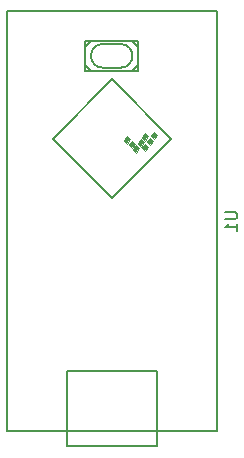
<source format=gbr>
%TF.GenerationSoftware,KiCad,Pcbnew,8.0.4*%
%TF.CreationDate,2024-09-25T11:32:12+02:00*%
%TF.ProjectId,ys.granular,79732e67-7261-46e7-956c-61722e6b6963,rev?*%
%TF.SameCoordinates,Original*%
%TF.FileFunction,Legend,Bot*%
%TF.FilePolarity,Positive*%
%FSLAX46Y46*%
G04 Gerber Fmt 4.6, Leading zero omitted, Abs format (unit mm)*
G04 Created by KiCad (PCBNEW 8.0.4) date 2024-09-25 11:32:12*
%MOMM*%
%LPD*%
G01*
G04 APERTURE LIST*
%ADD10C,0.150000*%
%ADD11C,0.100000*%
G04 APERTURE END LIST*
D10*
X163614819Y-40238095D02*
X164424342Y-40238095D01*
X164424342Y-40238095D02*
X164519580Y-40285714D01*
X164519580Y-40285714D02*
X164567200Y-40333333D01*
X164567200Y-40333333D02*
X164614819Y-40428571D01*
X164614819Y-40428571D02*
X164614819Y-40619047D01*
X164614819Y-40619047D02*
X164567200Y-40714285D01*
X164567200Y-40714285D02*
X164519580Y-40761904D01*
X164519580Y-40761904D02*
X164424342Y-40809523D01*
X164424342Y-40809523D02*
X163614819Y-40809523D01*
X164614819Y-41809523D02*
X164614819Y-41238095D01*
X164614819Y-41523809D02*
X163614819Y-41523809D01*
X163614819Y-41523809D02*
X163757676Y-41428571D01*
X163757676Y-41428571D02*
X163852914Y-41333333D01*
X163852914Y-41333333D02*
X163900533Y-41238095D01*
%TO.C,U1*%
X150190000Y-60050000D02*
X150190000Y-58780000D01*
X157810000Y-60050000D02*
X150190000Y-60050000D01*
X145110000Y-58780000D02*
X145110000Y-23220000D01*
X150190000Y-58780000D02*
X150190000Y-53700000D01*
X157810000Y-58780000D02*
X157810000Y-60050000D01*
X157810000Y-58780000D02*
X157810000Y-53700000D01*
X162890000Y-58780000D02*
X145110000Y-58780000D01*
X157810000Y-53700000D02*
X150190000Y-53700000D01*
X154000000Y-39000000D02*
X159000000Y-34000000D01*
X149000000Y-34000000D02*
X154000000Y-39000000D01*
X159000000Y-34000000D02*
X154000000Y-29000000D01*
X154000000Y-29000000D02*
X149000000Y-34000000D01*
X151750000Y-28300000D02*
X151750000Y-25760000D01*
X156250000Y-28300000D02*
X151750000Y-28300000D01*
X152250000Y-28250000D02*
X151750000Y-27750000D01*
X153250000Y-28000000D02*
X154750000Y-28000000D01*
X151750000Y-27750000D02*
X151750000Y-28300000D01*
X156250000Y-27750000D02*
X155750000Y-28250000D01*
X156250000Y-27750000D02*
X156250000Y-26250000D01*
X151750000Y-26250000D02*
X152250000Y-25750000D01*
X156250000Y-26250000D02*
X155750000Y-25750000D01*
X154750000Y-26000000D02*
X153250000Y-26000000D01*
X151750000Y-25760000D02*
X156250000Y-25750000D01*
X156250000Y-25760000D02*
X156250000Y-28300000D01*
X145110000Y-23220000D02*
X162890000Y-23220000D01*
X162890000Y-23220000D02*
X162890000Y-58780000D01*
X153250000Y-28000000D02*
G75*
G02*
X153250000Y-26000000I0J1000000D01*
G01*
X154750000Y-26000000D02*
G75*
G02*
X154750000Y-28000000I0J-1000000D01*
G01*
D11*
X156325000Y-34813000D02*
X156071000Y-35194000D01*
X155817000Y-34940000D01*
X156071000Y-34559000D01*
X156325000Y-34813000D01*
G36*
X156325000Y-34813000D02*
G01*
X156071000Y-35194000D01*
X155817000Y-34940000D01*
X156071000Y-34559000D01*
X156325000Y-34813000D01*
G37*
X157087000Y-34686000D02*
X156833000Y-35067000D01*
X156579000Y-34813000D01*
X156833000Y-34432000D01*
X157087000Y-34686000D01*
G36*
X157087000Y-34686000D02*
G01*
X156833000Y-35067000D01*
X156579000Y-34813000D01*
X156833000Y-34432000D01*
X157087000Y-34686000D01*
G37*
X155944000Y-34432000D02*
X155690000Y-34813000D01*
X155436000Y-34559000D01*
X155690000Y-34178000D01*
X155944000Y-34432000D01*
G36*
X155944000Y-34432000D02*
G01*
X155690000Y-34813000D01*
X155436000Y-34559000D01*
X155690000Y-34178000D01*
X155944000Y-34432000D01*
G37*
X156706000Y-34305000D02*
X156452000Y-34686000D01*
X156198000Y-34432000D01*
X156452000Y-34051000D01*
X156706000Y-34305000D01*
G36*
X156706000Y-34305000D02*
G01*
X156452000Y-34686000D01*
X156198000Y-34432000D01*
X156452000Y-34051000D01*
X156706000Y-34305000D01*
G37*
X157468000Y-34178000D02*
X157214000Y-34559000D01*
X156960000Y-34305000D01*
X157214000Y-33924000D01*
X157468000Y-34178000D01*
G36*
X157468000Y-34178000D02*
G01*
X157214000Y-34559000D01*
X156960000Y-34305000D01*
X157214000Y-33924000D01*
X157468000Y-34178000D01*
G37*
X155563000Y-34051000D02*
X155309000Y-34432000D01*
X155055000Y-34178000D01*
X155309000Y-33797000D01*
X155563000Y-34051000D01*
G36*
X155563000Y-34051000D02*
G01*
X155309000Y-34432000D01*
X155055000Y-34178000D01*
X155309000Y-33797000D01*
X155563000Y-34051000D01*
G37*
X157087000Y-33797000D02*
X156833000Y-34178000D01*
X156579000Y-33924000D01*
X156833000Y-33543000D01*
X157087000Y-33797000D01*
G36*
X157087000Y-33797000D02*
G01*
X156833000Y-34178000D01*
X156579000Y-33924000D01*
X156833000Y-33543000D01*
X157087000Y-33797000D01*
G37*
X157849000Y-33670000D02*
X157595000Y-34051000D01*
X157341000Y-33797000D01*
X157595000Y-33416000D01*
X157849000Y-33670000D01*
G36*
X157849000Y-33670000D02*
G01*
X157595000Y-34051000D01*
X157341000Y-33797000D01*
X157595000Y-33416000D01*
X157849000Y-33670000D01*
G37*
%TD*%
M02*

</source>
